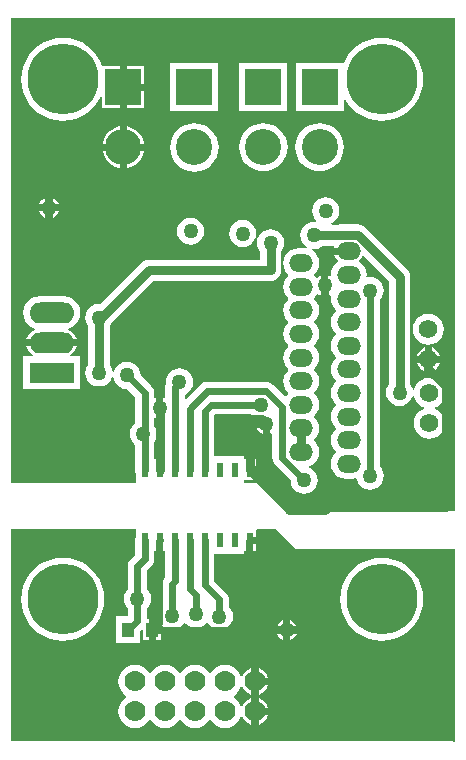
<source format=gtl>
%FSLAX24Y24*%
%MOIN*%
G70*
G01*
G75*
G04 Layer_Physical_Order=1*
G04 Layer_Color=255*
%ADD10R,0.0400X0.0500*%
%ADD11R,0.0200X0.0500*%
%ADD12C,0.0236*%
%ADD13C,0.0315*%
%ADD14R,0.1200X0.1200*%
%ADD15C,0.1200*%
%ADD16O,0.0787X0.0591*%
%ADD17O,0.1500X0.0700*%
%ADD18R,0.1500X0.0700*%
%ADD19C,0.0700*%
%ADD20C,0.2362*%
%ADD21C,0.0620*%
%ADD22C,0.0500*%
G36*
X-22750Y-1470D02*
X-22730Y-1450D01*
X-17450D01*
Y-7875D01*
X-17496Y-7894D01*
X-17540Y-7850D01*
X-32250D01*
Y-800D01*
X-28100D01*
Y-1073D01*
X-28110Y-1097D01*
X-28121Y-1180D01*
Y-1667D01*
X-28267Y-1813D01*
X-28318Y-1880D01*
X-28337Y-1925D01*
X-28350Y-1957D01*
X-28361Y-2040D01*
X-28361Y-2040D01*
X-28361D01*
X-28361Y-2040D01*
X-28361D01*
Y-2809D01*
X-28361Y-2809D01*
X-28433Y-2903D01*
X-28478Y-3013D01*
X-28494Y-3130D01*
X-28478Y-3247D01*
X-28433Y-3357D01*
X-28361Y-3451D01*
X-28361Y-3451D01*
Y-3710D01*
X-28750D01*
Y-4610D01*
X-27950D01*
Y-4214D01*
X-27896Y-4160D01*
X-27850Y-4179D01*
Y-4510D01*
X-27670D01*
Y-4160D01*
Y-3810D01*
X-27719D01*
Y-3451D01*
X-27719Y-3451D01*
X-27647Y-3357D01*
X-27602Y-3247D01*
X-27586Y-3130D01*
X-27602Y-3013D01*
X-27647Y-2903D01*
X-27719Y-2809D01*
X-27719Y-2809D01*
Y-2173D01*
X-27573Y-2027D01*
X-27522Y-1960D01*
X-27513Y-1938D01*
X-27490Y-1883D01*
X-27479Y-1800D01*
Y-1530D01*
X-27420D01*
Y-1180D01*
X-27180D01*
Y-1530D01*
X-27121D01*
Y-1890D01*
X-27111Y-1966D01*
Y-2398D01*
X-27160Y-2462D01*
X-27179Y-2508D01*
X-27193Y-2540D01*
X-27203Y-2623D01*
X-27203Y-2623D01*
X-27203D01*
X-27203Y-2623D01*
X-27203D01*
Y-3392D01*
X-27204Y-3392D01*
X-27276Y-3486D01*
X-27321Y-3595D01*
X-27336Y-3713D01*
X-27329Y-3772D01*
X-27362Y-3810D01*
X-27430D01*
Y-4040D01*
X-27223D01*
X-27204Y-4034D01*
X-27110Y-4106D01*
X-27000Y-4151D01*
X-26883Y-4166D01*
X-26765Y-4151D01*
X-26656Y-4106D01*
X-26562Y-4034D01*
X-26490Y-3940D01*
X-26441Y-3933D01*
X-26416Y-3966D01*
X-26322Y-4038D01*
X-26213Y-4083D01*
X-26095Y-4099D01*
X-25978Y-4083D01*
X-25868Y-4038D01*
X-25774Y-3966D01*
X-25751Y-3936D01*
X-25702Y-3942D01*
X-25701Y-3945D01*
X-25629Y-4039D01*
X-25535Y-4111D01*
X-25425Y-4156D01*
X-25308Y-4172D01*
X-25190Y-4156D01*
X-25081Y-4111D01*
X-24987Y-4039D01*
X-24915Y-3945D01*
X-24869Y-3835D01*
X-24854Y-3718D01*
X-24869Y-3600D01*
X-24915Y-3491D01*
X-24987Y-3397D01*
X-24987Y-3397D01*
Y-3142D01*
X-24998Y-3059D01*
X-25014Y-3020D01*
X-25030Y-2982D01*
X-25081Y-2915D01*
X-25479Y-2517D01*
Y-1630D01*
X-24500D01*
Y-1530D01*
X-24420D01*
Y-1180D01*
X-24300D01*
Y-1060D01*
X-24100D01*
Y-830D01*
D01*
Y-830D01*
X-24070Y-800D01*
X-23420D01*
X-22750Y-1470D01*
D02*
G37*
G36*
X-17450Y-190D02*
X-22890D01*
X-22920Y-160D01*
X-23800Y720D01*
Y730D01*
X-24500D01*
Y731D01*
X-24500Y756D01*
X-24500Y765D01*
X-24500Y765D01*
X-24500D01*
Y831D01*
X-24100D01*
Y1061D01*
X-24300D01*
Y1181D01*
X-24420D01*
Y1531D01*
X-24500D01*
Y1631D01*
X-25479D01*
Y2987D01*
X-25445Y3021D01*
X-24253D01*
X-24253Y3021D01*
X-24159Y2949D01*
X-24118Y2932D01*
X-24046Y2877D01*
X-24069Y2820D01*
X-23740D01*
Y2700D01*
X-23620D01*
Y2371D01*
X-23582Y2386D01*
X-23541Y2359D01*
Y1570D01*
X-23541Y1570D01*
X-23541D01*
X-23530Y1487D01*
X-23517Y1455D01*
X-23498Y1410D01*
X-23447Y1343D01*
X-23447Y1343D01*
X-23447Y1343D01*
X-22934Y830D01*
X-22934Y830D01*
X-22918Y713D01*
X-22873Y603D01*
X-22801Y509D01*
X-22707Y437D01*
X-22597Y392D01*
X-22480Y376D01*
X-22363Y392D01*
X-22253Y437D01*
X-22159Y509D01*
X-22087Y603D01*
X-22042Y713D01*
X-22026Y830D01*
X-22042Y947D01*
X-22087Y1057D01*
X-22159Y1151D01*
X-22253Y1223D01*
X-22314Y1248D01*
X-22314Y1298D01*
X-22227Y1334D01*
X-22123Y1414D01*
X-22044Y1517D01*
X-21994Y1638D01*
X-21977Y1767D01*
X-21994Y1896D01*
X-22044Y2017D01*
X-22123Y2120D01*
X-22143Y2136D01*
Y2186D01*
X-22123Y2201D01*
X-22044Y2305D01*
X-21994Y2425D01*
X-21977Y2554D01*
X-21994Y2684D01*
X-22044Y2804D01*
X-22123Y2908D01*
X-22143Y2923D01*
Y2973D01*
X-22123Y2989D01*
X-22044Y3092D01*
X-21994Y3213D01*
X-21977Y3342D01*
X-21994Y3471D01*
X-22044Y3592D01*
X-22123Y3695D01*
X-22143Y3711D01*
Y3761D01*
X-22123Y3776D01*
X-22044Y3880D01*
X-21994Y4000D01*
X-21977Y4129D01*
X-21994Y4259D01*
X-22044Y4379D01*
X-22123Y4483D01*
X-22143Y4498D01*
Y4548D01*
X-22123Y4563D01*
X-22044Y4667D01*
X-21994Y4787D01*
X-21977Y4917D01*
X-21994Y5046D01*
X-22044Y5166D01*
X-22123Y5270D01*
X-22143Y5285D01*
Y5335D01*
X-22123Y5351D01*
X-22044Y5454D01*
X-21994Y5575D01*
X-21977Y5704D01*
X-21994Y5833D01*
X-22044Y5954D01*
X-22123Y6057D01*
X-22143Y6073D01*
Y6123D01*
X-22123Y6138D01*
X-22044Y6242D01*
X-21994Y6362D01*
X-21977Y6492D01*
X-21994Y6621D01*
X-22044Y6741D01*
X-22123Y6845D01*
X-22143Y6860D01*
Y6910D01*
X-22123Y6926D01*
X-22044Y7029D01*
X-22008Y7039D01*
X-21977Y7014D01*
X-21920Y6991D01*
Y7320D01*
Y7649D01*
X-21977Y7626D01*
X-22038Y7579D01*
X-22087Y7585D01*
X-22123Y7632D01*
X-22143Y7648D01*
Y7698D01*
X-22123Y7713D01*
X-22044Y7817D01*
X-21994Y7937D01*
X-21977Y8066D01*
X-21994Y8196D01*
X-22044Y8316D01*
X-22123Y8420D01*
X-22224Y8497D01*
X-22205Y8543D01*
X-22150Y8536D01*
X-22033Y8552D01*
X-21923Y8597D01*
X-21881Y8629D01*
X-21501D01*
X-21473Y8588D01*
X-21477Y8580D01*
X-21000D01*
Y8340D01*
X-21477D01*
X-21444Y8261D01*
X-21380Y8178D01*
X-21349Y8154D01*
Y8104D01*
X-21452Y8026D01*
X-21531Y7922D01*
X-21581Y7802D01*
X-21598Y7673D01*
X-21597Y7661D01*
X-21636Y7631D01*
X-21680Y7649D01*
Y7320D01*
Y6991D01*
X-21625Y7014D01*
X-21621Y7011D01*
X-21587Y6967D01*
X-21598Y6885D01*
X-21581Y6756D01*
X-21531Y6635D01*
X-21452Y6532D01*
X-21432Y6517D01*
Y6467D01*
X-21452Y6451D01*
X-21531Y6348D01*
X-21581Y6227D01*
X-21598Y6098D01*
X-21581Y5968D01*
X-21531Y5848D01*
X-21452Y5745D01*
X-21432Y5729D01*
Y5679D01*
X-21452Y5664D01*
X-21531Y5560D01*
X-21581Y5440D01*
X-21598Y5310D01*
X-21581Y5181D01*
X-21531Y5061D01*
X-21452Y4957D01*
X-21432Y4942D01*
Y4892D01*
X-21452Y4876D01*
X-21531Y4773D01*
X-21581Y4652D01*
X-21598Y4523D01*
X-21581Y4394D01*
X-21531Y4273D01*
X-21452Y4170D01*
X-21432Y4154D01*
Y4104D01*
X-21452Y4089D01*
X-21531Y3985D01*
X-21581Y3865D01*
X-21598Y3736D01*
X-21581Y3606D01*
X-21531Y3486D01*
X-21452Y3382D01*
X-21432Y3367D01*
Y3317D01*
X-21452Y3301D01*
X-21531Y3198D01*
X-21581Y3077D01*
X-21598Y2948D01*
X-21581Y2819D01*
X-21531Y2698D01*
X-21452Y2595D01*
X-21432Y2579D01*
Y2529D01*
X-21452Y2514D01*
X-21531Y2411D01*
X-21581Y2290D01*
X-21598Y2161D01*
X-21581Y2031D01*
X-21531Y1911D01*
X-21452Y1808D01*
X-21432Y1792D01*
Y1742D01*
X-21452Y1727D01*
X-21531Y1623D01*
X-21581Y1503D01*
X-21598Y1373D01*
X-21581Y1244D01*
X-21531Y1124D01*
X-21452Y1020D01*
X-21348Y941D01*
X-21228Y891D01*
X-21098Y874D01*
X-20902D01*
X-20772Y891D01*
X-20730Y867D01*
X-20728Y853D01*
X-20683Y743D01*
X-20611Y649D01*
X-20517Y577D01*
X-20407Y532D01*
X-20290Y516D01*
X-20173Y532D01*
X-20063Y577D01*
X-19969Y649D01*
X-19897Y743D01*
X-19852Y853D01*
X-19836Y970D01*
X-19852Y1087D01*
X-19897Y1197D01*
X-19969Y1291D01*
X-19969Y1291D01*
Y6829D01*
X-19969Y6829D01*
X-19897Y6923D01*
X-19852Y7033D01*
X-19836Y7150D01*
X-19852Y7267D01*
X-19897Y7377D01*
X-19969Y7471D01*
X-20063Y7543D01*
X-20173Y7588D01*
X-20290Y7604D01*
X-20372Y7593D01*
X-20408Y7628D01*
X-20402Y7673D01*
X-20419Y7802D01*
X-20469Y7922D01*
X-20548Y8026D01*
X-20651Y8104D01*
Y8154D01*
X-20620Y8178D01*
X-20556Y8261D01*
X-20545Y8288D01*
X-20496Y8298D01*
X-19661Y7462D01*
Y4019D01*
X-19693Y3977D01*
X-19738Y3867D01*
X-19754Y3750D01*
X-19738Y3633D01*
X-19693Y3523D01*
X-19621Y3429D01*
X-19527Y3357D01*
X-19417Y3312D01*
X-19300Y3296D01*
X-19183Y3312D01*
X-19073Y3357D01*
X-18979Y3429D01*
X-18907Y3523D01*
X-18862Y3633D01*
X-18812Y3633D01*
X-18807Y3597D01*
X-18755Y3473D01*
X-18674Y3366D01*
X-18567Y3285D01*
X-18496Y3255D01*
Y3205D01*
X-18567Y3175D01*
X-18674Y3094D01*
X-18755Y2987D01*
X-18807Y2863D01*
X-18824Y2730D01*
X-18807Y2597D01*
X-18755Y2473D01*
X-18674Y2366D01*
X-18567Y2285D01*
X-18443Y2233D01*
X-18310Y2216D01*
X-18177Y2233D01*
X-18053Y2285D01*
X-17946Y2366D01*
X-17865Y2473D01*
X-17813Y2597D01*
X-17796Y2730D01*
X-17813Y2863D01*
X-17865Y2987D01*
X-17946Y3094D01*
X-18053Y3175D01*
X-18124Y3205D01*
Y3255D01*
X-18053Y3285D01*
X-17946Y3366D01*
X-17865Y3473D01*
X-17813Y3597D01*
X-17796Y3730D01*
X-17813Y3863D01*
X-17865Y3987D01*
X-17946Y4094D01*
X-18053Y4175D01*
X-18177Y4227D01*
X-18310Y4244D01*
X-18443Y4227D01*
X-18567Y4175D01*
X-18674Y4094D01*
X-18755Y3987D01*
X-18807Y3863D01*
X-18809Y3847D01*
X-18859D01*
X-18862Y3867D01*
X-18907Y3977D01*
X-18939Y4019D01*
Y7612D01*
X-18952Y7705D01*
X-18988Y7792D01*
X-19045Y7867D01*
X-20426Y9248D01*
X-20501Y9305D01*
X-20526Y9316D01*
X-20588Y9341D01*
X-20681Y9353D01*
X-21319D01*
X-21340Y9351D01*
X-21565D01*
X-21575Y9400D01*
X-21533Y9417D01*
X-21439Y9489D01*
X-21367Y9583D01*
X-21322Y9693D01*
X-21306Y9810D01*
X-21322Y9927D01*
X-21367Y10037D01*
X-21439Y10131D01*
X-21533Y10203D01*
X-21643Y10248D01*
X-21760Y10264D01*
X-21877Y10248D01*
X-21987Y10203D01*
X-22081Y10131D01*
X-22153Y10037D01*
X-22198Y9927D01*
X-22214Y9810D01*
X-22198Y9693D01*
X-22153Y9583D01*
X-22081Y9489D01*
X-22072Y9482D01*
X-22091Y9436D01*
X-22150Y9444D01*
X-22267Y9428D01*
X-22377Y9383D01*
X-22471Y9311D01*
X-22543Y9217D01*
X-22588Y9107D01*
X-22604Y8990D01*
X-22588Y8873D01*
X-22543Y8763D01*
X-22471Y8669D01*
X-22384Y8602D01*
X-22403Y8556D01*
X-22476Y8566D01*
X-22673D01*
X-22803Y8549D01*
X-22923Y8499D01*
X-23026Y8420D01*
X-23106Y8316D01*
X-23156Y8196D01*
X-23173Y8066D01*
X-23156Y7937D01*
X-23106Y7817D01*
X-23026Y7713D01*
X-23006Y7698D01*
Y7648D01*
X-23026Y7632D01*
X-23106Y7529D01*
X-23156Y7408D01*
X-23173Y7279D01*
X-23156Y7150D01*
X-23106Y7029D01*
X-23026Y6926D01*
X-23006Y6910D01*
Y6860D01*
X-23026Y6845D01*
X-23106Y6741D01*
X-23156Y6621D01*
X-23173Y6492D01*
X-23156Y6362D01*
X-23106Y6242D01*
X-23026Y6138D01*
X-23006Y6123D01*
Y6073D01*
X-23026Y6057D01*
X-23106Y5954D01*
X-23156Y5833D01*
X-23173Y5704D01*
X-23156Y5575D01*
X-23106Y5454D01*
X-23026Y5351D01*
X-23006Y5335D01*
Y5285D01*
X-23026Y5270D01*
X-23106Y5166D01*
X-23156Y5046D01*
X-23173Y4917D01*
X-23156Y4787D01*
X-23106Y4667D01*
X-23026Y4563D01*
X-23006Y4548D01*
Y4498D01*
X-23026Y4483D01*
X-23106Y4379D01*
X-23156Y4259D01*
X-23173Y4129D01*
X-23156Y4000D01*
X-23106Y3880D01*
X-23026Y3776D01*
X-23006Y3761D01*
Y3711D01*
X-23026Y3695D01*
X-23078Y3628D01*
X-23128Y3625D01*
X-23519Y4017D01*
X-23586Y4068D01*
X-23625Y4084D01*
X-23663Y4100D01*
X-23746Y4111D01*
X-25720D01*
X-25803Y4100D01*
X-25835Y4087D01*
X-25880Y4068D01*
X-25947Y4017D01*
X-26423Y3541D01*
X-26469Y3560D01*
Y3684D01*
X-26413Y3707D01*
X-26319Y3779D01*
X-26247Y3873D01*
X-26202Y3983D01*
X-26186Y4100D01*
X-26202Y4217D01*
X-26247Y4327D01*
X-26319Y4421D01*
X-26413Y4493D01*
X-26523Y4538D01*
X-26640Y4554D01*
X-26757Y4538D01*
X-26867Y4493D01*
X-26961Y4421D01*
X-27033Y4327D01*
X-27078Y4217D01*
X-27094Y4100D01*
X-27089Y4060D01*
X-27091Y4056D01*
X-27100Y4033D01*
X-27111Y3950D01*
Y3585D01*
X-27152Y3558D01*
X-27180Y3569D01*
Y3240D01*
Y2911D01*
X-27160Y2919D01*
X-27139Y2903D01*
X-27121Y2885D01*
X-27121Y2885D01*
D01*
Y1531D01*
X-27180D01*
Y1181D01*
X-27420D01*
Y1531D01*
X-27479D01*
Y2101D01*
X-27447Y2143D01*
X-27402Y2253D01*
X-27386Y2370D01*
X-27402Y2487D01*
X-27447Y2597D01*
X-27479Y2639D01*
Y2890D01*
X-27438Y2918D01*
X-27420Y2911D01*
Y3240D01*
Y3569D01*
X-27438Y3562D01*
X-27479Y3590D01*
Y3730D01*
X-27490Y3813D01*
X-27503Y3845D01*
X-27522Y3890D01*
X-27573Y3957D01*
X-27936Y4320D01*
X-27936Y4320D01*
X-27952Y4437D01*
X-27997Y4547D01*
X-28069Y4641D01*
X-28163Y4713D01*
X-28273Y4758D01*
X-28390Y4774D01*
X-28507Y4758D01*
X-28617Y4713D01*
X-28711Y4641D01*
X-28783Y4547D01*
X-28823Y4451D01*
X-28872Y4458D01*
X-28882Y4527D01*
X-28927Y4637D01*
X-28959Y4679D01*
Y5981D01*
X-28927Y6023D01*
X-28906Y6074D01*
X-27521Y7459D01*
X-23620D01*
X-23527Y7472D01*
X-23440Y7508D01*
X-23365Y7565D01*
X-23356Y7576D01*
X-23345Y7585D01*
X-23288Y7660D01*
X-23252Y7747D01*
X-23239Y7840D01*
Y8471D01*
X-23207Y8513D01*
X-23162Y8623D01*
X-23146Y8740D01*
X-23162Y8857D01*
X-23207Y8967D01*
X-23279Y9061D01*
X-23373Y9133D01*
X-23483Y9178D01*
X-23600Y9194D01*
X-23717Y9178D01*
X-23827Y9133D01*
X-23921Y9061D01*
X-23993Y8967D01*
X-24038Y8857D01*
X-24054Y8740D01*
X-24038Y8623D01*
X-23993Y8513D01*
X-23961Y8471D01*
Y8181D01*
X-27670D01*
X-27763Y8168D01*
X-27850Y8132D01*
X-27925Y8075D01*
X-29299Y6701D01*
X-29320Y6704D01*
X-29437Y6688D01*
X-29547Y6643D01*
X-29641Y6571D01*
X-29713Y6477D01*
X-29758Y6367D01*
X-29774Y6250D01*
X-29758Y6133D01*
X-29713Y6023D01*
X-29681Y5981D01*
Y4679D01*
X-29713Y4637D01*
X-29758Y4527D01*
X-29774Y4410D01*
X-29758Y4293D01*
X-29713Y4183D01*
X-29641Y4089D01*
X-29547Y4017D01*
X-29437Y3972D01*
X-29320Y3956D01*
X-29203Y3972D01*
X-29093Y4017D01*
X-28999Y4089D01*
X-28927Y4183D01*
X-28887Y4279D01*
X-28838Y4272D01*
X-28828Y4203D01*
X-28783Y4093D01*
X-28711Y3999D01*
X-28617Y3927D01*
X-28507Y3882D01*
X-28390Y3866D01*
X-28390Y3866D01*
X-28121Y3597D01*
Y2722D01*
X-28161Y2691D01*
X-28233Y2597D01*
X-28278Y2487D01*
X-28294Y2370D01*
X-28278Y2253D01*
X-28233Y2143D01*
X-28161Y2049D01*
X-28121Y2018D01*
Y1181D01*
X-28110Y1098D01*
X-28100Y1074D01*
Y765D01*
X-28100Y765D01*
X-28100D01*
X-28100Y731D01*
X-28101Y730D01*
X-32240D01*
X-32250Y740D01*
Y16250D01*
X-17450D01*
Y-190D01*
D02*
G37*
%LPC*%
G36*
X-22944Y-3837D02*
Y-4046D01*
X-22735D01*
X-22758Y-3989D01*
X-22814Y-3916D01*
X-22888Y-3860D01*
X-22944Y-3837D01*
D02*
G37*
G36*
X-24100Y1531D02*
X-24180D01*
Y1301D01*
X-24100D01*
Y1531D01*
D02*
G37*
G36*
Y-1300D02*
X-24180D01*
Y-1530D01*
X-24100D01*
Y-1300D01*
D02*
G37*
G36*
X-17946Y4740D02*
X-18220D01*
Y4466D01*
X-18133Y4502D01*
X-18048Y4568D01*
X-17982Y4653D01*
X-17946Y4740D01*
D02*
G37*
G36*
X-18460Y5254D02*
X-18547Y5218D01*
X-18632Y5152D01*
X-18698Y5067D01*
X-18734Y4980D01*
X-18460D01*
Y5254D01*
D02*
G37*
G36*
Y4740D02*
X-18734D01*
X-18698Y4653D01*
X-18632Y4568D01*
X-18547Y4502D01*
X-18460Y4466D01*
Y4740D01*
D02*
G37*
G36*
X-23860Y2580D02*
X-24069D01*
X-24046Y2523D01*
X-23990Y2450D01*
X-23917Y2394D01*
X-23860Y2371D01*
Y2580D01*
D02*
G37*
G36*
X-30063Y5290D02*
X-31737D01*
X-31693Y5183D01*
X-31621Y5089D01*
X-31527Y5017D01*
X-31508Y5009D01*
X-31518Y4960D01*
X-31850D01*
Y3860D01*
X-29950D01*
Y4960D01*
X-30282D01*
X-30292Y5009D01*
X-30273Y5017D01*
X-30179Y5089D01*
X-30107Y5183D01*
X-30063Y5290D01*
D02*
G37*
G36*
X-23184Y-3837D02*
X-23241Y-3860D01*
X-23314Y-3916D01*
X-23370Y-3989D01*
X-23393Y-4046D01*
X-23184D01*
Y-3837D01*
D02*
G37*
G36*
X-24000Y-5443D02*
Y-5760D01*
X-23683D01*
X-23727Y-5653D01*
X-23799Y-5559D01*
X-23893Y-5487D01*
X-24000Y-5443D01*
D02*
G37*
G36*
X-25120Y-5325D02*
X-25264Y-5344D01*
X-25397Y-5400D01*
X-25512Y-5488D01*
X-25595Y-5596D01*
X-25645D01*
X-25728Y-5488D01*
X-25843Y-5400D01*
X-25976Y-5344D01*
X-26120Y-5325D01*
X-26264Y-5344D01*
X-26397Y-5400D01*
X-26512Y-5488D01*
X-26595Y-5596D01*
X-26645D01*
X-26728Y-5488D01*
X-26843Y-5400D01*
X-26976Y-5344D01*
X-27120Y-5325D01*
X-27264Y-5344D01*
X-27397Y-5400D01*
X-27512Y-5488D01*
X-27595Y-5596D01*
X-27645D01*
X-27728Y-5488D01*
X-27843Y-5400D01*
X-27976Y-5344D01*
X-28120Y-5325D01*
X-28264Y-5344D01*
X-28397Y-5400D01*
X-28512Y-5488D01*
X-28600Y-5603D01*
X-28656Y-5736D01*
X-28675Y-5880D01*
X-28656Y-6024D01*
X-28600Y-6157D01*
X-28512Y-6272D01*
X-28404Y-6355D01*
Y-6405D01*
X-28512Y-6488D01*
X-28600Y-6603D01*
X-28656Y-6736D01*
X-28675Y-6880D01*
X-28656Y-7024D01*
X-28600Y-7157D01*
X-28512Y-7272D01*
X-28397Y-7360D01*
X-28264Y-7416D01*
X-28120Y-7435D01*
X-27976Y-7416D01*
X-27843Y-7360D01*
X-27728Y-7272D01*
X-27645Y-7164D01*
X-27595D01*
X-27512Y-7272D01*
X-27397Y-7360D01*
X-27264Y-7416D01*
X-27120Y-7435D01*
X-26976Y-7416D01*
X-26843Y-7360D01*
X-26728Y-7272D01*
X-26645Y-7164D01*
X-26595D01*
X-26512Y-7272D01*
X-26397Y-7360D01*
X-26264Y-7416D01*
X-26120Y-7435D01*
X-25976Y-7416D01*
X-25843Y-7360D01*
X-25728Y-7272D01*
X-25645Y-7164D01*
X-25595D01*
X-25512Y-7272D01*
X-25397Y-7360D01*
X-25264Y-7416D01*
X-25120Y-7435D01*
X-24976Y-7416D01*
X-24843Y-7360D01*
X-24728Y-7272D01*
X-24640Y-7157D01*
X-24591Y-7040D01*
X-24541D01*
X-24513Y-7107D01*
X-24441Y-7201D01*
X-24347Y-7273D01*
X-24240Y-7317D01*
Y-6880D01*
Y-6443D01*
X-24347Y-6487D01*
X-24441Y-6559D01*
X-24513Y-6653D01*
X-24541Y-6720D01*
X-24591D01*
X-24640Y-6603D01*
X-24728Y-6488D01*
X-24836Y-6405D01*
Y-6355D01*
X-24728Y-6272D01*
X-24640Y-6157D01*
X-24591Y-6040D01*
X-24541D01*
X-24513Y-6107D01*
X-24441Y-6201D01*
X-24347Y-6273D01*
X-24240Y-6317D01*
Y-5880D01*
Y-5443D01*
X-24347Y-5487D01*
X-24441Y-5559D01*
X-24513Y-5653D01*
X-24541Y-5720D01*
X-24591D01*
X-24640Y-5603D01*
X-24728Y-5488D01*
X-24843Y-5400D01*
X-24976Y-5344D01*
X-25120Y-5325D01*
D02*
G37*
G36*
X-23683Y-6000D02*
X-24000D01*
Y-6317D01*
X-23893Y-6273D01*
X-23799Y-6201D01*
X-23727Y-6107D01*
X-23683Y-6000D01*
D02*
G37*
G36*
Y-7000D02*
X-24000D01*
Y-7317D01*
X-23893Y-7273D01*
X-23799Y-7201D01*
X-23727Y-7107D01*
X-23683Y-7000D01*
D02*
G37*
G36*
X-24000Y-6443D02*
Y-6760D01*
X-23683D01*
X-23727Y-6653D01*
X-23799Y-6559D01*
X-23893Y-6487D01*
X-24000Y-6443D01*
D02*
G37*
G36*
X-23184Y-4286D02*
X-23393D01*
X-23370Y-4342D01*
X-23314Y-4416D01*
X-23241Y-4472D01*
X-23184Y-4495D01*
Y-4286D01*
D02*
G37*
G36*
X-22735D02*
X-22944D01*
Y-4495D01*
X-22888Y-4472D01*
X-22814Y-4416D01*
X-22758Y-4342D01*
X-22735Y-4286D01*
D02*
G37*
G36*
X-27250Y-4280D02*
X-27430D01*
Y-4510D01*
X-27250D01*
Y-4280D01*
D02*
G37*
G36*
X-30529Y-1748D02*
X-30746Y-1765D01*
X-30957Y-1816D01*
X-31158Y-1899D01*
X-31343Y-2013D01*
X-31509Y-2154D01*
X-31650Y-2319D01*
X-31763Y-2505D01*
X-31847Y-2705D01*
X-31897Y-2917D01*
X-31914Y-3133D01*
X-31897Y-3350D01*
X-31847Y-3562D01*
X-31763Y-3762D01*
X-31650Y-3948D01*
X-31509Y-4113D01*
X-31343Y-4254D01*
X-31158Y-4368D01*
X-30957Y-4451D01*
X-30746Y-4502D01*
X-30529Y-4519D01*
X-30312Y-4502D01*
X-30101Y-4451D01*
X-29900Y-4368D01*
X-29715Y-4254D01*
X-29549Y-4113D01*
X-29408Y-3948D01*
X-29295Y-3762D01*
X-29211Y-3562D01*
X-29161Y-3350D01*
X-29144Y-3133D01*
X-29161Y-2917D01*
X-29211Y-2705D01*
X-29295Y-2505D01*
X-29408Y-2319D01*
X-29549Y-2154D01*
X-29715Y-2013D01*
X-29900Y-1899D01*
X-30101Y-1816D01*
X-30312Y-1765D01*
X-30529Y-1748D01*
D02*
G37*
G36*
X-19899D02*
X-20116Y-1765D01*
X-20327Y-1816D01*
X-20528Y-1899D01*
X-20713Y-2013D01*
X-20879Y-2154D01*
X-21020Y-2319D01*
X-21134Y-2505D01*
X-21217Y-2705D01*
X-21267Y-2917D01*
X-21285Y-3133D01*
X-21267Y-3350D01*
X-21217Y-3562D01*
X-21134Y-3762D01*
X-21020Y-3948D01*
X-20879Y-4113D01*
X-20713Y-4254D01*
X-20528Y-4368D01*
X-20327Y-4451D01*
X-20116Y-4502D01*
X-19899Y-4519D01*
X-19682Y-4502D01*
X-19471Y-4451D01*
X-19270Y-4368D01*
X-19085Y-4254D01*
X-18920Y-4113D01*
X-18778Y-3948D01*
X-18665Y-3762D01*
X-18582Y-3562D01*
X-18531Y-3350D01*
X-18514Y-3133D01*
X-18531Y-2917D01*
X-18582Y-2705D01*
X-18665Y-2505D01*
X-18778Y-2319D01*
X-18920Y-2154D01*
X-19085Y-2013D01*
X-19270Y-1899D01*
X-19471Y-1816D01*
X-19682Y-1765D01*
X-19899Y-1748D01*
D02*
G37*
G36*
X-18220Y5254D02*
Y4980D01*
X-17946D01*
X-17982Y5067D01*
X-18048Y5152D01*
X-18133Y5218D01*
X-18220Y5254D01*
D02*
G37*
G36*
X-28390Y12622D02*
Y12050D01*
X-27818D01*
X-27820Y12067D01*
X-27860Y12199D01*
X-27925Y12321D01*
X-28013Y12427D01*
X-28119Y12515D01*
X-28241Y12580D01*
X-28373Y12620D01*
X-28390Y12622D01*
D02*
G37*
G36*
X-19899Y15575D02*
X-20116Y15558D01*
X-20327Y15507D01*
X-20528Y15424D01*
X-20713Y15310D01*
X-20879Y15169D01*
X-21020Y15004D01*
X-21134Y14818D01*
X-21170Y14730D01*
X-22770D01*
Y13130D01*
X-21170D01*
Y13528D01*
X-21122Y13541D01*
X-21020Y13375D01*
X-20879Y13210D01*
X-20713Y13069D01*
X-20528Y12955D01*
X-20327Y12872D01*
X-20116Y12821D01*
X-19899Y12804D01*
X-19682Y12821D01*
X-19471Y12872D01*
X-19270Y12955D01*
X-19085Y13069D01*
X-18920Y13210D01*
X-18778Y13375D01*
X-18665Y13560D01*
X-18582Y13761D01*
X-18531Y13973D01*
X-18514Y14189D01*
X-18531Y14406D01*
X-18582Y14617D01*
X-18665Y14818D01*
X-18778Y15004D01*
X-18920Y15169D01*
X-19085Y15310D01*
X-19270Y15424D01*
X-19471Y15507D01*
X-19682Y15558D01*
X-19899Y15575D01*
D02*
G37*
G36*
X-28630Y12622D02*
X-28647Y12620D01*
X-28779Y12580D01*
X-28901Y12515D01*
X-29007Y12427D01*
X-29095Y12321D01*
X-29160Y12199D01*
X-29200Y12067D01*
X-29202Y12050D01*
X-28630D01*
Y12622D01*
D02*
G37*
G36*
Y11810D02*
X-29202D01*
X-29200Y11793D01*
X-29160Y11661D01*
X-29095Y11539D01*
X-29007Y11433D01*
X-28901Y11345D01*
X-28779Y11280D01*
X-28647Y11240D01*
X-28630Y11238D01*
Y11810D01*
D02*
G37*
G36*
X-27818D02*
X-28390D01*
Y11238D01*
X-28373Y11240D01*
X-28241Y11280D01*
X-28119Y11345D01*
X-28013Y11433D01*
X-27925Y11539D01*
X-27860Y11661D01*
X-27820Y11793D01*
X-27818Y11810D01*
D02*
G37*
G36*
X-27810Y13810D02*
X-28390D01*
Y13230D01*
X-27810D01*
Y13810D01*
D02*
G37*
G36*
Y14630D02*
X-28390D01*
Y14050D01*
X-27810D01*
Y14630D01*
D02*
G37*
G36*
X-30529Y15575D02*
X-30746Y15558D01*
X-30957Y15507D01*
X-31158Y15424D01*
X-31343Y15310D01*
X-31509Y15169D01*
X-31650Y15004D01*
X-31763Y14818D01*
X-31847Y14617D01*
X-31897Y14406D01*
X-31914Y14189D01*
X-31897Y13973D01*
X-31847Y13761D01*
X-31763Y13560D01*
X-31650Y13375D01*
X-31509Y13210D01*
X-31343Y13069D01*
X-31158Y12955D01*
X-30957Y12872D01*
X-30746Y12821D01*
X-30529Y12804D01*
X-30312Y12821D01*
X-30101Y12872D01*
X-29900Y12955D01*
X-29715Y13069D01*
X-29549Y13210D01*
X-29408Y13375D01*
X-29295Y13560D01*
X-29259Y13646D01*
X-29210Y13637D01*
Y13230D01*
X-28630D01*
Y13930D01*
Y14630D01*
X-29210D01*
Y14630D01*
X-29217D01*
X-29295Y14818D01*
X-29408Y15004D01*
X-29549Y15169D01*
X-29715Y15310D01*
X-29900Y15424D01*
X-30101Y15507D01*
X-30312Y15558D01*
X-30529Y15575D01*
D02*
G37*
G36*
X-25340Y14720D02*
X-26940D01*
Y13120D01*
X-25340D01*
Y14720D01*
D02*
G37*
G36*
X-23040Y14730D02*
X-24640D01*
Y13130D01*
X-23040D01*
Y14730D01*
D02*
G37*
G36*
X-21970Y12734D02*
X-22127Y12718D01*
X-22278Y12673D01*
X-22417Y12598D01*
X-22538Y12498D01*
X-22638Y12377D01*
X-22713Y12238D01*
X-22758Y12087D01*
X-22774Y11930D01*
X-22758Y11773D01*
X-22713Y11622D01*
X-22638Y11483D01*
X-22538Y11362D01*
X-22417Y11262D01*
X-22278Y11187D01*
X-22127Y11142D01*
X-21970Y11126D01*
X-21813Y11142D01*
X-21662Y11187D01*
X-21523Y11262D01*
X-21402Y11362D01*
X-21302Y11483D01*
X-21227Y11622D01*
X-21182Y11773D01*
X-21166Y11930D01*
X-21182Y12087D01*
X-21227Y12238D01*
X-21302Y12377D01*
X-21402Y12498D01*
X-21523Y12598D01*
X-21662Y12673D01*
X-21813Y12718D01*
X-21970Y12734D01*
D02*
G37*
G36*
X-26270Y9584D02*
X-26387Y9568D01*
X-26497Y9523D01*
X-26591Y9451D01*
X-26663Y9357D01*
X-26708Y9247D01*
X-26724Y9130D01*
X-26708Y9013D01*
X-26663Y8903D01*
X-26591Y8809D01*
X-26497Y8737D01*
X-26387Y8692D01*
X-26270Y8676D01*
X-26153Y8692D01*
X-26043Y8737D01*
X-25949Y8809D01*
X-25877Y8903D01*
X-25832Y9013D01*
X-25816Y9130D01*
X-25832Y9247D01*
X-25877Y9357D01*
X-25949Y9451D01*
X-26043Y9523D01*
X-26153Y9568D01*
X-26270Y9584D01*
D02*
G37*
G36*
X-31110Y9790D02*
X-31319D01*
X-31296Y9733D01*
X-31240Y9660D01*
X-31167Y9604D01*
X-31110Y9581D01*
Y9790D01*
D02*
G37*
G36*
X-24530Y9504D02*
X-24647Y9488D01*
X-24757Y9443D01*
X-24851Y9371D01*
X-24923Y9277D01*
X-24968Y9167D01*
X-24984Y9050D01*
X-24968Y8933D01*
X-24923Y8823D01*
X-24851Y8729D01*
X-24757Y8657D01*
X-24647Y8612D01*
X-24530Y8596D01*
X-24413Y8612D01*
X-24303Y8657D01*
X-24209Y8729D01*
X-24137Y8823D01*
X-24092Y8933D01*
X-24076Y9050D01*
X-24092Y9167D01*
X-24137Y9277D01*
X-24209Y9371D01*
X-24303Y9443D01*
X-24413Y9488D01*
X-24530Y9504D01*
D02*
G37*
G36*
X-18340Y6374D02*
X-18473Y6357D01*
X-18597Y6305D01*
X-18704Y6224D01*
X-18785Y6117D01*
X-18837Y5993D01*
X-18854Y5860D01*
X-18837Y5727D01*
X-18785Y5603D01*
X-18704Y5496D01*
X-18597Y5415D01*
X-18473Y5363D01*
X-18340Y5346D01*
X-18207Y5363D01*
X-18083Y5415D01*
X-17976Y5496D01*
X-17895Y5603D01*
X-17843Y5727D01*
X-17826Y5860D01*
X-17843Y5993D01*
X-17895Y6117D01*
X-17976Y6224D01*
X-18083Y6305D01*
X-18207Y6357D01*
X-18340Y6374D01*
D02*
G37*
G36*
X-30500Y6965D02*
X-31300D01*
X-31444Y6946D01*
X-31577Y6890D01*
X-31692Y6802D01*
X-31780Y6687D01*
X-31836Y6554D01*
X-31855Y6410D01*
X-31836Y6266D01*
X-31780Y6133D01*
X-31692Y6018D01*
X-31577Y5930D01*
X-31460Y5881D01*
Y5831D01*
X-31527Y5803D01*
X-31621Y5731D01*
X-31693Y5637D01*
X-31737Y5530D01*
X-30063D01*
X-30107Y5637D01*
X-30179Y5731D01*
X-30273Y5803D01*
X-30340Y5831D01*
Y5881D01*
X-30223Y5930D01*
X-30108Y6018D01*
X-30020Y6133D01*
X-29964Y6266D01*
X-29945Y6410D01*
X-29964Y6554D01*
X-30020Y6687D01*
X-30108Y6802D01*
X-30223Y6890D01*
X-30356Y6946D01*
X-30500Y6965D01*
D02*
G37*
G36*
X-26140Y12724D02*
X-26297Y12708D01*
X-26448Y12663D01*
X-26587Y12588D01*
X-26708Y12488D01*
X-26808Y12367D01*
X-26883Y12228D01*
X-26928Y12077D01*
X-26944Y11920D01*
X-26928Y11763D01*
X-26883Y11612D01*
X-26808Y11473D01*
X-26708Y11352D01*
X-26587Y11252D01*
X-26448Y11177D01*
X-26297Y11132D01*
X-26140Y11116D01*
X-25983Y11132D01*
X-25832Y11177D01*
X-25693Y11252D01*
X-25572Y11352D01*
X-25472Y11473D01*
X-25397Y11612D01*
X-25352Y11763D01*
X-25336Y11920D01*
X-25352Y12077D01*
X-25397Y12228D01*
X-25472Y12367D01*
X-25572Y12488D01*
X-25693Y12588D01*
X-25832Y12663D01*
X-25983Y12708D01*
X-26140Y12724D01*
D02*
G37*
G36*
X-23840Y12734D02*
X-23997Y12718D01*
X-24148Y12673D01*
X-24287Y12598D01*
X-24408Y12498D01*
X-24508Y12377D01*
X-24583Y12238D01*
X-24628Y12087D01*
X-24644Y11930D01*
X-24628Y11773D01*
X-24583Y11622D01*
X-24508Y11483D01*
X-24408Y11362D01*
X-24287Y11262D01*
X-24148Y11187D01*
X-23997Y11142D01*
X-23840Y11126D01*
X-23683Y11142D01*
X-23532Y11187D01*
X-23393Y11262D01*
X-23272Y11362D01*
X-23172Y11483D01*
X-23097Y11622D01*
X-23052Y11773D01*
X-23036Y11930D01*
X-23052Y12087D01*
X-23097Y12238D01*
X-23172Y12377D01*
X-23272Y12498D01*
X-23393Y12598D01*
X-23532Y12673D01*
X-23683Y12718D01*
X-23840Y12734D01*
D02*
G37*
G36*
X-30870Y10239D02*
Y10030D01*
X-30661D01*
X-30684Y10087D01*
X-30740Y10160D01*
X-30813Y10216D01*
X-30870Y10239D01*
D02*
G37*
G36*
X-30661Y9790D02*
X-30870D01*
Y9581D01*
X-30813Y9604D01*
X-30740Y9660D01*
X-30684Y9733D01*
X-30661Y9790D01*
D02*
G37*
G36*
X-31110Y10239D02*
X-31167Y10216D01*
X-31240Y10160D01*
X-31296Y10087D01*
X-31319Y10030D01*
X-31110D01*
Y10239D01*
D02*
G37*
%LPD*%
G54D10*
X-27550Y-4160D02*
D03*
X-28350D02*
D03*
G54D11*
X-27800Y1181D02*
D03*
X-27300D02*
D03*
X-26300D02*
D03*
X-26800D02*
D03*
X-25300D02*
D03*
X-25800D02*
D03*
X-24300D02*
D03*
X-24800D02*
D03*
Y-1180D02*
D03*
X-24300D02*
D03*
X-25800D02*
D03*
X-25300D02*
D03*
X-26800D02*
D03*
X-26300D02*
D03*
X-27300D02*
D03*
X-27800D02*
D03*
G54D12*
X-23064Y-4166D02*
X-23060Y-4170D01*
X-27544Y-4166D02*
X-23064D01*
X-27550Y-4160D02*
X-27544Y-4166D01*
X-27550Y-4160D02*
X-27331Y-3941D01*
Y-1211D01*
X-27300Y-1180D01*
X-20290Y970D02*
Y7150D01*
X-27800Y-1800D02*
Y-1180D01*
X-28040Y-3130D02*
Y-2040D01*
X-27800Y-1800D01*
X-26800Y-1890D02*
Y-1180D01*
X-26883Y-3713D02*
Y-2623D01*
X-26790Y-2530D01*
Y-1900D01*
X-26800Y-1890D02*
X-26790Y-1900D01*
X-26300Y-2800D02*
Y-1180D01*
X-26095Y-3645D02*
Y-3005D01*
X-26300Y-2800D02*
X-26095Y-3005D01*
X-25800Y-2650D02*
Y-1180D01*
Y-2650D02*
X-25308Y-3142D01*
Y-3718D02*
Y-3142D01*
X-25800Y3120D02*
X-25578Y3342D01*
X-23932D01*
X-26790Y3950D02*
X-26640Y4100D01*
X-26790Y2895D02*
Y3950D01*
X-26800Y2885D02*
X-26790Y2895D01*
X-26300Y1181D02*
Y3210D01*
X-25720Y3790D01*
X-23746D01*
X-23220Y3264D01*
Y1570D02*
Y3264D01*
Y1570D02*
X-22480Y830D01*
X-28390Y4320D02*
X-27800Y3730D01*
X-28040Y-3850D02*
Y-3130D01*
X-28350Y-4160D02*
X-28040Y-3850D01*
X-21800Y-170D02*
Y7320D01*
X-26800Y1181D02*
Y2885D01*
X-25800Y1181D02*
Y3120D01*
X-27800Y1181D02*
Y3730D01*
G54D13*
X-27300Y1181D02*
Y3240D01*
X-21800Y-170D02*
X-21687Y-57D01*
X-17763D01*
Y3957D01*
X-18340Y4534D02*
X-17763Y3957D01*
X-18340Y4534D02*
Y4860D01*
X-24300Y1181D02*
X-23000Y-119D01*
Y-170D02*
Y-119D01*
X-22150Y8990D02*
X-21322D01*
X-20681Y8993D02*
X-19300Y7612D01*
Y3750D02*
Y7612D01*
X-21322Y8990D02*
X-21319Y8993D01*
X-20681D01*
X-23600Y7840D02*
Y8740D01*
X-27670Y7820D02*
X-23620D01*
X-29240Y6250D02*
X-27670Y7820D01*
X-22575Y1767D02*
Y2554D01*
X-23000Y-170D02*
X-21800D01*
X-24300Y2885D02*
X-24269Y2854D01*
X-23894D01*
X-23740Y2700D01*
X-24300Y1181D02*
Y2885D01*
X-29320Y4410D02*
Y6250D01*
G54D14*
X-21970Y13930D02*
D03*
X-28510D02*
D03*
X-23840D02*
D03*
X-26140Y13920D02*
D03*
G54D15*
X-21970Y11930D02*
D03*
X-28510D02*
D03*
X-23840D02*
D03*
X-26140Y11920D02*
D03*
G54D16*
X-22575Y1767D02*
D03*
Y2554D02*
D03*
Y3342D02*
D03*
Y4129D02*
D03*
Y4917D02*
D03*
Y5704D02*
D03*
Y6492D02*
D03*
Y7279D02*
D03*
Y8066D02*
D03*
X-21000Y1373D02*
D03*
Y2161D02*
D03*
Y2948D02*
D03*
Y3736D02*
D03*
Y4523D02*
D03*
Y5310D02*
D03*
Y6098D02*
D03*
Y6885D02*
D03*
Y7673D02*
D03*
Y8460D02*
D03*
G54D17*
X-30900Y6410D02*
D03*
Y5410D02*
D03*
G54D18*
Y4410D02*
D03*
G54D19*
X-24120Y-5880D02*
D03*
X-28120Y-6880D02*
D03*
Y-5880D02*
D03*
X-27120Y-6880D02*
D03*
Y-5880D02*
D03*
X-26120Y-6880D02*
D03*
Y-5880D02*
D03*
X-25120Y-6880D02*
D03*
Y-5880D02*
D03*
X-24120Y-6880D02*
D03*
G54D20*
X-19899Y-3133D02*
D03*
X-30529D02*
D03*
Y14189D02*
D03*
X-19899D02*
D03*
G54D21*
X-18340Y4860D02*
D03*
Y5860D02*
D03*
X-18310Y2730D02*
D03*
Y3730D02*
D03*
G54D22*
X-27300Y3240D02*
D03*
X-30990Y9910D02*
D03*
X-21760Y9810D02*
D03*
X-24530Y9050D02*
D03*
X-26270Y9130D02*
D03*
X-22150Y8990D02*
D03*
X-19300Y3750D02*
D03*
X-21800Y7320D02*
D03*
X-20290Y7150D02*
D03*
Y970D02*
D03*
X-25308Y-3718D02*
D03*
X-26095Y-3645D02*
D03*
X-26883Y-3713D02*
D03*
X-28040Y-3130D02*
D03*
X-23932Y3342D02*
D03*
X-26640Y4100D02*
D03*
X-22480Y830D02*
D03*
X-28390Y4320D02*
D03*
X-29320Y6250D02*
D03*
X-23600Y8740D02*
D03*
X-23064Y-4166D02*
D03*
X-23740Y2700D02*
D03*
X-29320Y4410D02*
D03*
X-27840Y2370D02*
D03*
M02*

</source>
